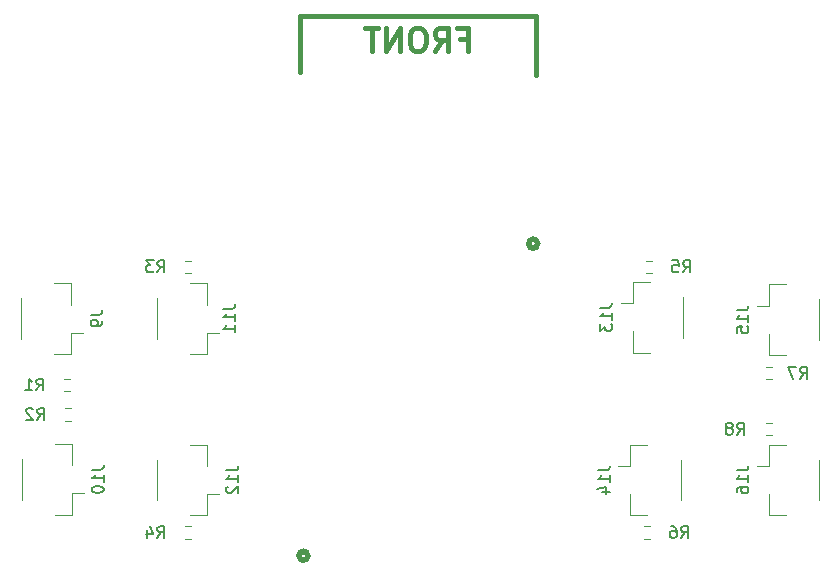
<source format=gbr>
%TF.GenerationSoftware,KiCad,Pcbnew,8.0.8*%
%TF.CreationDate,2025-02-10T22:14:39-08:00*%
%TF.ProjectId,CMOD_A7_Lower,434d4f44-5f41-4375-9f4c-6f7765722e6b,rev?*%
%TF.SameCoordinates,Original*%
%TF.FileFunction,Legend,Bot*%
%TF.FilePolarity,Positive*%
%FSLAX46Y46*%
G04 Gerber Fmt 4.6, Leading zero omitted, Abs format (unit mm)*
G04 Created by KiCad (PCBNEW 8.0.8) date 2025-02-10 22:14:39*
%MOMM*%
%LPD*%
G01*
G04 APERTURE LIST*
%ADD10C,0.400000*%
%ADD11C,0.150000*%
%ADD12C,0.508000*%
%ADD13C,0.120000*%
G04 APERTURE END LIST*
D10*
X96000000Y-60500000D02*
X96000000Y-55500000D01*
X76000000Y-55500000D02*
X96000000Y-55500000D01*
X76000000Y-55500000D02*
X76000000Y-60250000D01*
X89571428Y-57436819D02*
X90238095Y-57436819D01*
X90238095Y-58484438D02*
X90238095Y-56484438D01*
X90238095Y-56484438D02*
X89285714Y-56484438D01*
X87380952Y-58484438D02*
X88047619Y-57532057D01*
X88523809Y-58484438D02*
X88523809Y-56484438D01*
X88523809Y-56484438D02*
X87761904Y-56484438D01*
X87761904Y-56484438D02*
X87571428Y-56579676D01*
X87571428Y-56579676D02*
X87476190Y-56674914D01*
X87476190Y-56674914D02*
X87380952Y-56865390D01*
X87380952Y-56865390D02*
X87380952Y-57151104D01*
X87380952Y-57151104D02*
X87476190Y-57341580D01*
X87476190Y-57341580D02*
X87571428Y-57436819D01*
X87571428Y-57436819D02*
X87761904Y-57532057D01*
X87761904Y-57532057D02*
X88523809Y-57532057D01*
X86142857Y-56484438D02*
X85761904Y-56484438D01*
X85761904Y-56484438D02*
X85571428Y-56579676D01*
X85571428Y-56579676D02*
X85380952Y-56770152D01*
X85380952Y-56770152D02*
X85285714Y-57151104D01*
X85285714Y-57151104D02*
X85285714Y-57817771D01*
X85285714Y-57817771D02*
X85380952Y-58198723D01*
X85380952Y-58198723D02*
X85571428Y-58389200D01*
X85571428Y-58389200D02*
X85761904Y-58484438D01*
X85761904Y-58484438D02*
X86142857Y-58484438D01*
X86142857Y-58484438D02*
X86333333Y-58389200D01*
X86333333Y-58389200D02*
X86523809Y-58198723D01*
X86523809Y-58198723D02*
X86619047Y-57817771D01*
X86619047Y-57817771D02*
X86619047Y-57151104D01*
X86619047Y-57151104D02*
X86523809Y-56770152D01*
X86523809Y-56770152D02*
X86333333Y-56579676D01*
X86333333Y-56579676D02*
X86142857Y-56484438D01*
X84428571Y-58484438D02*
X84428571Y-56484438D01*
X84428571Y-56484438D02*
X83285714Y-58484438D01*
X83285714Y-58484438D02*
X83285714Y-56484438D01*
X82619047Y-56484438D02*
X81476190Y-56484438D01*
X82047619Y-58484438D02*
X82047619Y-56484438D01*
D11*
X58254819Y-80791666D02*
X58969104Y-80791666D01*
X58969104Y-80791666D02*
X59111961Y-80744047D01*
X59111961Y-80744047D02*
X59207200Y-80648809D01*
X59207200Y-80648809D02*
X59254819Y-80505952D01*
X59254819Y-80505952D02*
X59254819Y-80410714D01*
X59254819Y-81315476D02*
X59254819Y-81505952D01*
X59254819Y-81505952D02*
X59207200Y-81601190D01*
X59207200Y-81601190D02*
X59159580Y-81648809D01*
X59159580Y-81648809D02*
X59016723Y-81744047D01*
X59016723Y-81744047D02*
X58826247Y-81791666D01*
X58826247Y-81791666D02*
X58445295Y-81791666D01*
X58445295Y-81791666D02*
X58350057Y-81744047D01*
X58350057Y-81744047D02*
X58302438Y-81696428D01*
X58302438Y-81696428D02*
X58254819Y-81601190D01*
X58254819Y-81601190D02*
X58254819Y-81410714D01*
X58254819Y-81410714D02*
X58302438Y-81315476D01*
X58302438Y-81315476D02*
X58350057Y-81267857D01*
X58350057Y-81267857D02*
X58445295Y-81220238D01*
X58445295Y-81220238D02*
X58683390Y-81220238D01*
X58683390Y-81220238D02*
X58778628Y-81267857D01*
X58778628Y-81267857D02*
X58826247Y-81315476D01*
X58826247Y-81315476D02*
X58873866Y-81410714D01*
X58873866Y-81410714D02*
X58873866Y-81601190D01*
X58873866Y-81601190D02*
X58826247Y-81696428D01*
X58826247Y-81696428D02*
X58778628Y-81744047D01*
X58778628Y-81744047D02*
X58683390Y-81791666D01*
X69504819Y-80315476D02*
X70219104Y-80315476D01*
X70219104Y-80315476D02*
X70361961Y-80267857D01*
X70361961Y-80267857D02*
X70457200Y-80172619D01*
X70457200Y-80172619D02*
X70504819Y-80029762D01*
X70504819Y-80029762D02*
X70504819Y-79934524D01*
X70504819Y-81315476D02*
X70504819Y-80744048D01*
X70504819Y-81029762D02*
X69504819Y-81029762D01*
X69504819Y-81029762D02*
X69647676Y-80934524D01*
X69647676Y-80934524D02*
X69742914Y-80839286D01*
X69742914Y-80839286D02*
X69790533Y-80744048D01*
X70504819Y-82267857D02*
X70504819Y-81696429D01*
X70504819Y-81982143D02*
X69504819Y-81982143D01*
X69504819Y-81982143D02*
X69647676Y-81886905D01*
X69647676Y-81886905D02*
X69742914Y-81791667D01*
X69742914Y-81791667D02*
X69790533Y-81696429D01*
X101404819Y-80215476D02*
X102119104Y-80215476D01*
X102119104Y-80215476D02*
X102261961Y-80167857D01*
X102261961Y-80167857D02*
X102357200Y-80072619D01*
X102357200Y-80072619D02*
X102404819Y-79929762D01*
X102404819Y-79929762D02*
X102404819Y-79834524D01*
X102404819Y-81215476D02*
X102404819Y-80644048D01*
X102404819Y-80929762D02*
X101404819Y-80929762D01*
X101404819Y-80929762D02*
X101547676Y-80834524D01*
X101547676Y-80834524D02*
X101642914Y-80739286D01*
X101642914Y-80739286D02*
X101690533Y-80644048D01*
X101404819Y-81548810D02*
X101404819Y-82167857D01*
X101404819Y-82167857D02*
X101785771Y-81834524D01*
X101785771Y-81834524D02*
X101785771Y-81977381D01*
X101785771Y-81977381D02*
X101833390Y-82072619D01*
X101833390Y-82072619D02*
X101881009Y-82120238D01*
X101881009Y-82120238D02*
X101976247Y-82167857D01*
X101976247Y-82167857D02*
X102214342Y-82167857D01*
X102214342Y-82167857D02*
X102309580Y-82120238D01*
X102309580Y-82120238D02*
X102357200Y-82072619D01*
X102357200Y-82072619D02*
X102404819Y-81977381D01*
X102404819Y-81977381D02*
X102404819Y-81691667D01*
X102404819Y-81691667D02*
X102357200Y-81596429D01*
X102357200Y-81596429D02*
X102309580Y-81548810D01*
X63916666Y-77204819D02*
X64249999Y-76728628D01*
X64488094Y-77204819D02*
X64488094Y-76204819D01*
X64488094Y-76204819D02*
X64107142Y-76204819D01*
X64107142Y-76204819D02*
X64011904Y-76252438D01*
X64011904Y-76252438D02*
X63964285Y-76300057D01*
X63964285Y-76300057D02*
X63916666Y-76395295D01*
X63916666Y-76395295D02*
X63916666Y-76538152D01*
X63916666Y-76538152D02*
X63964285Y-76633390D01*
X63964285Y-76633390D02*
X64011904Y-76681009D01*
X64011904Y-76681009D02*
X64107142Y-76728628D01*
X64107142Y-76728628D02*
X64488094Y-76728628D01*
X63583332Y-76204819D02*
X62964285Y-76204819D01*
X62964285Y-76204819D02*
X63297618Y-76585771D01*
X63297618Y-76585771D02*
X63154761Y-76585771D01*
X63154761Y-76585771D02*
X63059523Y-76633390D01*
X63059523Y-76633390D02*
X63011904Y-76681009D01*
X63011904Y-76681009D02*
X62964285Y-76776247D01*
X62964285Y-76776247D02*
X62964285Y-77014342D01*
X62964285Y-77014342D02*
X63011904Y-77109580D01*
X63011904Y-77109580D02*
X63059523Y-77157200D01*
X63059523Y-77157200D02*
X63154761Y-77204819D01*
X63154761Y-77204819D02*
X63440475Y-77204819D01*
X63440475Y-77204819D02*
X63535713Y-77157200D01*
X63535713Y-77157200D02*
X63583332Y-77109580D01*
X58354819Y-93940476D02*
X59069104Y-93940476D01*
X59069104Y-93940476D02*
X59211961Y-93892857D01*
X59211961Y-93892857D02*
X59307200Y-93797619D01*
X59307200Y-93797619D02*
X59354819Y-93654762D01*
X59354819Y-93654762D02*
X59354819Y-93559524D01*
X59354819Y-94940476D02*
X59354819Y-94369048D01*
X59354819Y-94654762D02*
X58354819Y-94654762D01*
X58354819Y-94654762D02*
X58497676Y-94559524D01*
X58497676Y-94559524D02*
X58592914Y-94464286D01*
X58592914Y-94464286D02*
X58640533Y-94369048D01*
X58354819Y-95559524D02*
X58354819Y-95654762D01*
X58354819Y-95654762D02*
X58402438Y-95750000D01*
X58402438Y-95750000D02*
X58450057Y-95797619D01*
X58450057Y-95797619D02*
X58545295Y-95845238D01*
X58545295Y-95845238D02*
X58735771Y-95892857D01*
X58735771Y-95892857D02*
X58973866Y-95892857D01*
X58973866Y-95892857D02*
X59164342Y-95845238D01*
X59164342Y-95845238D02*
X59259580Y-95797619D01*
X59259580Y-95797619D02*
X59307200Y-95750000D01*
X59307200Y-95750000D02*
X59354819Y-95654762D01*
X59354819Y-95654762D02*
X59354819Y-95559524D01*
X59354819Y-95559524D02*
X59307200Y-95464286D01*
X59307200Y-95464286D02*
X59259580Y-95416667D01*
X59259580Y-95416667D02*
X59164342Y-95369048D01*
X59164342Y-95369048D02*
X58973866Y-95321429D01*
X58973866Y-95321429D02*
X58735771Y-95321429D01*
X58735771Y-95321429D02*
X58545295Y-95369048D01*
X58545295Y-95369048D02*
X58450057Y-95416667D01*
X58450057Y-95416667D02*
X58402438Y-95464286D01*
X58402438Y-95464286D02*
X58354819Y-95559524D01*
X108254166Y-99704819D02*
X108587499Y-99228628D01*
X108825594Y-99704819D02*
X108825594Y-98704819D01*
X108825594Y-98704819D02*
X108444642Y-98704819D01*
X108444642Y-98704819D02*
X108349404Y-98752438D01*
X108349404Y-98752438D02*
X108301785Y-98800057D01*
X108301785Y-98800057D02*
X108254166Y-98895295D01*
X108254166Y-98895295D02*
X108254166Y-99038152D01*
X108254166Y-99038152D02*
X108301785Y-99133390D01*
X108301785Y-99133390D02*
X108349404Y-99181009D01*
X108349404Y-99181009D02*
X108444642Y-99228628D01*
X108444642Y-99228628D02*
X108825594Y-99228628D01*
X107397023Y-98704819D02*
X107587499Y-98704819D01*
X107587499Y-98704819D02*
X107682737Y-98752438D01*
X107682737Y-98752438D02*
X107730356Y-98800057D01*
X107730356Y-98800057D02*
X107825594Y-98942914D01*
X107825594Y-98942914D02*
X107873213Y-99133390D01*
X107873213Y-99133390D02*
X107873213Y-99514342D01*
X107873213Y-99514342D02*
X107825594Y-99609580D01*
X107825594Y-99609580D02*
X107777975Y-99657200D01*
X107777975Y-99657200D02*
X107682737Y-99704819D01*
X107682737Y-99704819D02*
X107492261Y-99704819D01*
X107492261Y-99704819D02*
X107397023Y-99657200D01*
X107397023Y-99657200D02*
X107349404Y-99609580D01*
X107349404Y-99609580D02*
X107301785Y-99514342D01*
X107301785Y-99514342D02*
X107301785Y-99276247D01*
X107301785Y-99276247D02*
X107349404Y-99181009D01*
X107349404Y-99181009D02*
X107397023Y-99133390D01*
X107397023Y-99133390D02*
X107492261Y-99085771D01*
X107492261Y-99085771D02*
X107682737Y-99085771D01*
X107682737Y-99085771D02*
X107777975Y-99133390D01*
X107777975Y-99133390D02*
X107825594Y-99181009D01*
X107825594Y-99181009D02*
X107873213Y-99276247D01*
X53754166Y-89704819D02*
X54087499Y-89228628D01*
X54325594Y-89704819D02*
X54325594Y-88704819D01*
X54325594Y-88704819D02*
X53944642Y-88704819D01*
X53944642Y-88704819D02*
X53849404Y-88752438D01*
X53849404Y-88752438D02*
X53801785Y-88800057D01*
X53801785Y-88800057D02*
X53754166Y-88895295D01*
X53754166Y-88895295D02*
X53754166Y-89038152D01*
X53754166Y-89038152D02*
X53801785Y-89133390D01*
X53801785Y-89133390D02*
X53849404Y-89181009D01*
X53849404Y-89181009D02*
X53944642Y-89228628D01*
X53944642Y-89228628D02*
X54325594Y-89228628D01*
X53373213Y-88800057D02*
X53325594Y-88752438D01*
X53325594Y-88752438D02*
X53230356Y-88704819D01*
X53230356Y-88704819D02*
X52992261Y-88704819D01*
X52992261Y-88704819D02*
X52897023Y-88752438D01*
X52897023Y-88752438D02*
X52849404Y-88800057D01*
X52849404Y-88800057D02*
X52801785Y-88895295D01*
X52801785Y-88895295D02*
X52801785Y-88990533D01*
X52801785Y-88990533D02*
X52849404Y-89133390D01*
X52849404Y-89133390D02*
X53420832Y-89704819D01*
X53420832Y-89704819D02*
X52801785Y-89704819D01*
X101204819Y-93965476D02*
X101919104Y-93965476D01*
X101919104Y-93965476D02*
X102061961Y-93917857D01*
X102061961Y-93917857D02*
X102157200Y-93822619D01*
X102157200Y-93822619D02*
X102204819Y-93679762D01*
X102204819Y-93679762D02*
X102204819Y-93584524D01*
X102204819Y-94965476D02*
X102204819Y-94394048D01*
X102204819Y-94679762D02*
X101204819Y-94679762D01*
X101204819Y-94679762D02*
X101347676Y-94584524D01*
X101347676Y-94584524D02*
X101442914Y-94489286D01*
X101442914Y-94489286D02*
X101490533Y-94394048D01*
X101538152Y-95822619D02*
X102204819Y-95822619D01*
X101157200Y-95584524D02*
X101871485Y-95346429D01*
X101871485Y-95346429D02*
X101871485Y-95965476D01*
X69754819Y-93965476D02*
X70469104Y-93965476D01*
X70469104Y-93965476D02*
X70611961Y-93917857D01*
X70611961Y-93917857D02*
X70707200Y-93822619D01*
X70707200Y-93822619D02*
X70754819Y-93679762D01*
X70754819Y-93679762D02*
X70754819Y-93584524D01*
X70754819Y-94965476D02*
X70754819Y-94394048D01*
X70754819Y-94679762D02*
X69754819Y-94679762D01*
X69754819Y-94679762D02*
X69897676Y-94584524D01*
X69897676Y-94584524D02*
X69992914Y-94489286D01*
X69992914Y-94489286D02*
X70040533Y-94394048D01*
X69850057Y-95346429D02*
X69802438Y-95394048D01*
X69802438Y-95394048D02*
X69754819Y-95489286D01*
X69754819Y-95489286D02*
X69754819Y-95727381D01*
X69754819Y-95727381D02*
X69802438Y-95822619D01*
X69802438Y-95822619D02*
X69850057Y-95870238D01*
X69850057Y-95870238D02*
X69945295Y-95917857D01*
X69945295Y-95917857D02*
X70040533Y-95917857D01*
X70040533Y-95917857D02*
X70183390Y-95870238D01*
X70183390Y-95870238D02*
X70754819Y-95298810D01*
X70754819Y-95298810D02*
X70754819Y-95917857D01*
X112991666Y-90954819D02*
X113324999Y-90478628D01*
X113563094Y-90954819D02*
X113563094Y-89954819D01*
X113563094Y-89954819D02*
X113182142Y-89954819D01*
X113182142Y-89954819D02*
X113086904Y-90002438D01*
X113086904Y-90002438D02*
X113039285Y-90050057D01*
X113039285Y-90050057D02*
X112991666Y-90145295D01*
X112991666Y-90145295D02*
X112991666Y-90288152D01*
X112991666Y-90288152D02*
X113039285Y-90383390D01*
X113039285Y-90383390D02*
X113086904Y-90431009D01*
X113086904Y-90431009D02*
X113182142Y-90478628D01*
X113182142Y-90478628D02*
X113563094Y-90478628D01*
X112420237Y-90383390D02*
X112515475Y-90335771D01*
X112515475Y-90335771D02*
X112563094Y-90288152D01*
X112563094Y-90288152D02*
X112610713Y-90192914D01*
X112610713Y-90192914D02*
X112610713Y-90145295D01*
X112610713Y-90145295D02*
X112563094Y-90050057D01*
X112563094Y-90050057D02*
X112515475Y-90002438D01*
X112515475Y-90002438D02*
X112420237Y-89954819D01*
X112420237Y-89954819D02*
X112229761Y-89954819D01*
X112229761Y-89954819D02*
X112134523Y-90002438D01*
X112134523Y-90002438D02*
X112086904Y-90050057D01*
X112086904Y-90050057D02*
X112039285Y-90145295D01*
X112039285Y-90145295D02*
X112039285Y-90192914D01*
X112039285Y-90192914D02*
X112086904Y-90288152D01*
X112086904Y-90288152D02*
X112134523Y-90335771D01*
X112134523Y-90335771D02*
X112229761Y-90383390D01*
X112229761Y-90383390D02*
X112420237Y-90383390D01*
X112420237Y-90383390D02*
X112515475Y-90431009D01*
X112515475Y-90431009D02*
X112563094Y-90478628D01*
X112563094Y-90478628D02*
X112610713Y-90573866D01*
X112610713Y-90573866D02*
X112610713Y-90764342D01*
X112610713Y-90764342D02*
X112563094Y-90859580D01*
X112563094Y-90859580D02*
X112515475Y-90907200D01*
X112515475Y-90907200D02*
X112420237Y-90954819D01*
X112420237Y-90954819D02*
X112229761Y-90954819D01*
X112229761Y-90954819D02*
X112134523Y-90907200D01*
X112134523Y-90907200D02*
X112086904Y-90859580D01*
X112086904Y-90859580D02*
X112039285Y-90764342D01*
X112039285Y-90764342D02*
X112039285Y-90573866D01*
X112039285Y-90573866D02*
X112086904Y-90478628D01*
X112086904Y-90478628D02*
X112134523Y-90431009D01*
X112134523Y-90431009D02*
X112229761Y-90383390D01*
X112954819Y-93965476D02*
X113669104Y-93965476D01*
X113669104Y-93965476D02*
X113811961Y-93917857D01*
X113811961Y-93917857D02*
X113907200Y-93822619D01*
X113907200Y-93822619D02*
X113954819Y-93679762D01*
X113954819Y-93679762D02*
X113954819Y-93584524D01*
X113954819Y-94965476D02*
X113954819Y-94394048D01*
X113954819Y-94679762D02*
X112954819Y-94679762D01*
X112954819Y-94679762D02*
X113097676Y-94584524D01*
X113097676Y-94584524D02*
X113192914Y-94489286D01*
X113192914Y-94489286D02*
X113240533Y-94394048D01*
X112954819Y-95822619D02*
X112954819Y-95632143D01*
X112954819Y-95632143D02*
X113002438Y-95536905D01*
X113002438Y-95536905D02*
X113050057Y-95489286D01*
X113050057Y-95489286D02*
X113192914Y-95394048D01*
X113192914Y-95394048D02*
X113383390Y-95346429D01*
X113383390Y-95346429D02*
X113764342Y-95346429D01*
X113764342Y-95346429D02*
X113859580Y-95394048D01*
X113859580Y-95394048D02*
X113907200Y-95441667D01*
X113907200Y-95441667D02*
X113954819Y-95536905D01*
X113954819Y-95536905D02*
X113954819Y-95727381D01*
X113954819Y-95727381D02*
X113907200Y-95822619D01*
X113907200Y-95822619D02*
X113859580Y-95870238D01*
X113859580Y-95870238D02*
X113764342Y-95917857D01*
X113764342Y-95917857D02*
X113526247Y-95917857D01*
X113526247Y-95917857D02*
X113431009Y-95870238D01*
X113431009Y-95870238D02*
X113383390Y-95822619D01*
X113383390Y-95822619D02*
X113335771Y-95727381D01*
X113335771Y-95727381D02*
X113335771Y-95536905D01*
X113335771Y-95536905D02*
X113383390Y-95441667D01*
X113383390Y-95441667D02*
X113431009Y-95394048D01*
X113431009Y-95394048D02*
X113526247Y-95346429D01*
X53666666Y-87204819D02*
X53999999Y-86728628D01*
X54238094Y-87204819D02*
X54238094Y-86204819D01*
X54238094Y-86204819D02*
X53857142Y-86204819D01*
X53857142Y-86204819D02*
X53761904Y-86252438D01*
X53761904Y-86252438D02*
X53714285Y-86300057D01*
X53714285Y-86300057D02*
X53666666Y-86395295D01*
X53666666Y-86395295D02*
X53666666Y-86538152D01*
X53666666Y-86538152D02*
X53714285Y-86633390D01*
X53714285Y-86633390D02*
X53761904Y-86681009D01*
X53761904Y-86681009D02*
X53857142Y-86728628D01*
X53857142Y-86728628D02*
X54238094Y-86728628D01*
X52714285Y-87204819D02*
X53285713Y-87204819D01*
X52999999Y-87204819D02*
X52999999Y-86204819D01*
X52999999Y-86204819D02*
X53095237Y-86347676D01*
X53095237Y-86347676D02*
X53190475Y-86442914D01*
X53190475Y-86442914D02*
X53285713Y-86490533D01*
X118329166Y-86204819D02*
X118662499Y-85728628D01*
X118900594Y-86204819D02*
X118900594Y-85204819D01*
X118900594Y-85204819D02*
X118519642Y-85204819D01*
X118519642Y-85204819D02*
X118424404Y-85252438D01*
X118424404Y-85252438D02*
X118376785Y-85300057D01*
X118376785Y-85300057D02*
X118329166Y-85395295D01*
X118329166Y-85395295D02*
X118329166Y-85538152D01*
X118329166Y-85538152D02*
X118376785Y-85633390D01*
X118376785Y-85633390D02*
X118424404Y-85681009D01*
X118424404Y-85681009D02*
X118519642Y-85728628D01*
X118519642Y-85728628D02*
X118900594Y-85728628D01*
X117995832Y-85204819D02*
X117329166Y-85204819D01*
X117329166Y-85204819D02*
X117757737Y-86204819D01*
X108416666Y-77204819D02*
X108749999Y-76728628D01*
X108988094Y-77204819D02*
X108988094Y-76204819D01*
X108988094Y-76204819D02*
X108607142Y-76204819D01*
X108607142Y-76204819D02*
X108511904Y-76252438D01*
X108511904Y-76252438D02*
X108464285Y-76300057D01*
X108464285Y-76300057D02*
X108416666Y-76395295D01*
X108416666Y-76395295D02*
X108416666Y-76538152D01*
X108416666Y-76538152D02*
X108464285Y-76633390D01*
X108464285Y-76633390D02*
X108511904Y-76681009D01*
X108511904Y-76681009D02*
X108607142Y-76728628D01*
X108607142Y-76728628D02*
X108988094Y-76728628D01*
X107511904Y-76204819D02*
X107988094Y-76204819D01*
X107988094Y-76204819D02*
X108035713Y-76681009D01*
X108035713Y-76681009D02*
X107988094Y-76633390D01*
X107988094Y-76633390D02*
X107892856Y-76585771D01*
X107892856Y-76585771D02*
X107654761Y-76585771D01*
X107654761Y-76585771D02*
X107559523Y-76633390D01*
X107559523Y-76633390D02*
X107511904Y-76681009D01*
X107511904Y-76681009D02*
X107464285Y-76776247D01*
X107464285Y-76776247D02*
X107464285Y-77014342D01*
X107464285Y-77014342D02*
X107511904Y-77109580D01*
X107511904Y-77109580D02*
X107559523Y-77157200D01*
X107559523Y-77157200D02*
X107654761Y-77204819D01*
X107654761Y-77204819D02*
X107892856Y-77204819D01*
X107892856Y-77204819D02*
X107988094Y-77157200D01*
X107988094Y-77157200D02*
X108035713Y-77109580D01*
X63916666Y-99704819D02*
X64249999Y-99228628D01*
X64488094Y-99704819D02*
X64488094Y-98704819D01*
X64488094Y-98704819D02*
X64107142Y-98704819D01*
X64107142Y-98704819D02*
X64011904Y-98752438D01*
X64011904Y-98752438D02*
X63964285Y-98800057D01*
X63964285Y-98800057D02*
X63916666Y-98895295D01*
X63916666Y-98895295D02*
X63916666Y-99038152D01*
X63916666Y-99038152D02*
X63964285Y-99133390D01*
X63964285Y-99133390D02*
X64011904Y-99181009D01*
X64011904Y-99181009D02*
X64107142Y-99228628D01*
X64107142Y-99228628D02*
X64488094Y-99228628D01*
X63059523Y-99038152D02*
X63059523Y-99704819D01*
X63297618Y-98657200D02*
X63535713Y-99371485D01*
X63535713Y-99371485D02*
X62916666Y-99371485D01*
X112954819Y-80415476D02*
X113669104Y-80415476D01*
X113669104Y-80415476D02*
X113811961Y-80367857D01*
X113811961Y-80367857D02*
X113907200Y-80272619D01*
X113907200Y-80272619D02*
X113954819Y-80129762D01*
X113954819Y-80129762D02*
X113954819Y-80034524D01*
X113954819Y-81415476D02*
X113954819Y-80844048D01*
X113954819Y-81129762D02*
X112954819Y-81129762D01*
X112954819Y-81129762D02*
X113097676Y-81034524D01*
X113097676Y-81034524D02*
X113192914Y-80939286D01*
X113192914Y-80939286D02*
X113240533Y-80844048D01*
X112954819Y-82320238D02*
X112954819Y-81844048D01*
X112954819Y-81844048D02*
X113431009Y-81796429D01*
X113431009Y-81796429D02*
X113383390Y-81844048D01*
X113383390Y-81844048D02*
X113335771Y-81939286D01*
X113335771Y-81939286D02*
X113335771Y-82177381D01*
X113335771Y-82177381D02*
X113383390Y-82272619D01*
X113383390Y-82272619D02*
X113431009Y-82320238D01*
X113431009Y-82320238D02*
X113526247Y-82367857D01*
X113526247Y-82367857D02*
X113764342Y-82367857D01*
X113764342Y-82367857D02*
X113859580Y-82320238D01*
X113859580Y-82320238D02*
X113907200Y-82272619D01*
X113907200Y-82272619D02*
X113954819Y-82177381D01*
X113954819Y-82177381D02*
X113954819Y-81939286D01*
X113954819Y-81939286D02*
X113907200Y-81844048D01*
X113907200Y-81844048D02*
X113859580Y-81796429D01*
D12*
%TO.C,J19*%
X96106001Y-74792001D02*
G75*
G02*
X95344001Y-74792001I-381000J0D01*
G01*
X95344001Y-74792001D02*
G75*
G02*
X96106001Y-74792001I381000J0D01*
G01*
%TO.C,J18*%
X76655999Y-101207999D02*
G75*
G02*
X75893999Y-101207999I-381000J0D01*
G01*
X75893999Y-101207999D02*
G75*
G02*
X76655999Y-101207999I381000J0D01*
G01*
D13*
%TO.C,J9*%
X52340000Y-79410000D02*
X52340000Y-82840000D01*
X56610000Y-78140000D02*
X55160000Y-78140000D01*
X56610000Y-79940000D02*
X56610000Y-78140000D01*
X56610000Y-82310000D02*
X56610000Y-84110000D01*
X56610000Y-84110000D02*
X55160000Y-84110000D01*
X57600000Y-82310000D02*
X56610000Y-82310000D01*
%TO.C,J11*%
X63840000Y-79410000D02*
X63840000Y-82840000D01*
X68110000Y-78140000D02*
X66660000Y-78140000D01*
X68110000Y-79940000D02*
X68110000Y-78140000D01*
X68110000Y-82310000D02*
X68110000Y-84110000D01*
X68110000Y-84110000D02*
X66660000Y-84110000D01*
X69100000Y-82310000D02*
X68110000Y-82310000D01*
%TO.C,J13*%
X103150000Y-79840000D02*
X104140000Y-79840000D01*
X104140000Y-78040000D02*
X105590000Y-78040000D01*
X104140000Y-79840000D02*
X104140000Y-78040000D01*
X104140000Y-82210000D02*
X104140000Y-84010000D01*
X104140000Y-84010000D02*
X105590000Y-84010000D01*
X108410000Y-82740000D02*
X108410000Y-79310000D01*
%TO.C,R3*%
X66245276Y-76227500D02*
X66754724Y-76227500D01*
X66245276Y-77272500D02*
X66754724Y-77272500D01*
%TO.C,J10*%
X52440000Y-93035000D02*
X52440000Y-96465000D01*
X56710000Y-91765000D02*
X55260000Y-91765000D01*
X56710000Y-93565000D02*
X56710000Y-91765000D01*
X56710000Y-95935000D02*
X56710000Y-97735000D01*
X56710000Y-97735000D02*
X55260000Y-97735000D01*
X57700000Y-95935000D02*
X56710000Y-95935000D01*
%TO.C,R6*%
X105592224Y-98727500D02*
X105082776Y-98727500D01*
X105592224Y-99772500D02*
X105082776Y-99772500D01*
%TO.C,R2*%
X56082776Y-88727500D02*
X56592224Y-88727500D01*
X56082776Y-89772500D02*
X56592224Y-89772500D01*
%TO.C,J14*%
X102950000Y-93590000D02*
X103940000Y-93590000D01*
X103940000Y-91790000D02*
X105390000Y-91790000D01*
X103940000Y-93590000D02*
X103940000Y-91790000D01*
X103940000Y-95960000D02*
X103940000Y-97760000D01*
X103940000Y-97760000D02*
X105390000Y-97760000D01*
X108210000Y-96490000D02*
X108210000Y-93060000D01*
%TO.C,J12*%
X63840000Y-93060000D02*
X63840000Y-96490000D01*
X68110000Y-91790000D02*
X66660000Y-91790000D01*
X68110000Y-93590000D02*
X68110000Y-91790000D01*
X68110000Y-95960000D02*
X68110000Y-97760000D01*
X68110000Y-97760000D02*
X66660000Y-97760000D01*
X69100000Y-95960000D02*
X68110000Y-95960000D01*
%TO.C,R8*%
X115917224Y-89977500D02*
X115407776Y-89977500D01*
X115917224Y-91022500D02*
X115407776Y-91022500D01*
%TO.C,J16*%
X114700000Y-93590000D02*
X115690000Y-93590000D01*
X115690000Y-91790000D02*
X117140000Y-91790000D01*
X115690000Y-93590000D02*
X115690000Y-91790000D01*
X115690000Y-95960000D02*
X115690000Y-97760000D01*
X115690000Y-97760000D02*
X117140000Y-97760000D01*
X119960000Y-96490000D02*
X119960000Y-93060000D01*
%TO.C,R1*%
X55995276Y-86227500D02*
X56504724Y-86227500D01*
X55995276Y-87272500D02*
X56504724Y-87272500D01*
%TO.C,R7*%
X115917224Y-85227500D02*
X115407776Y-85227500D01*
X115917224Y-86272500D02*
X115407776Y-86272500D01*
%TO.C,R5*%
X105754724Y-76227500D02*
X105245276Y-76227500D01*
X105754724Y-77272500D02*
X105245276Y-77272500D01*
%TO.C,R4*%
X66245276Y-98727500D02*
X66754724Y-98727500D01*
X66245276Y-99772500D02*
X66754724Y-99772500D01*
%TO.C,J15*%
X114700000Y-80040000D02*
X115690000Y-80040000D01*
X115690000Y-78240000D02*
X117140000Y-78240000D01*
X115690000Y-80040000D02*
X115690000Y-78240000D01*
X115690000Y-82410000D02*
X115690000Y-84210000D01*
X115690000Y-84210000D02*
X117140000Y-84210000D01*
X119960000Y-82940000D02*
X119960000Y-79510000D01*
%TD*%
M02*

</source>
